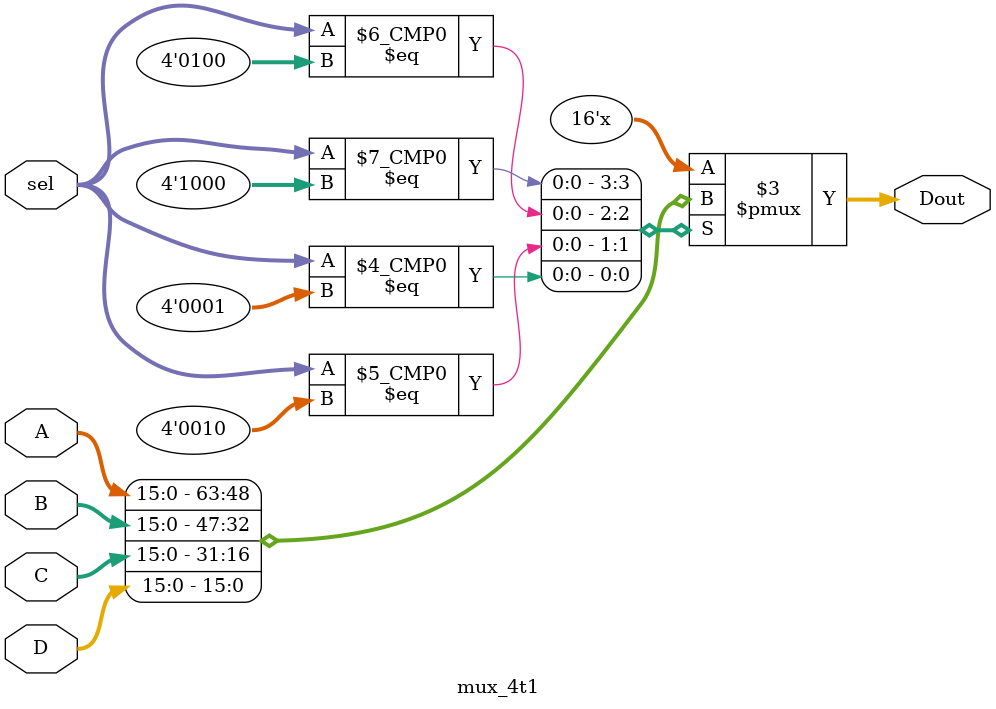
<source format=sv>
module mux_3t1 (input logic [15:0] A,
				  input logic [15:0] B,
				  input logic [15:0] C,
				  input [1:0] sel,
				  output logic [15:0] Dout);
	always_comb
	begin
		case (sel)
	
			2'b00 : Dout = A;
			2'b01 : Dout = B;
			2'b10 : Dout = C;
			default : Dout = 16'hx;
			endcase
		end
endmodule


module mux_2t1
				# (parameter width = 16)
				(input logic [width-1:0] A,
				  input logic [width-1:0] B,
				  input		 sel,
				  output logic [width-1:0] Dout);
	always_comb
	begin
		case (sel)
	
			1'b0 : Dout = A;
			1'b1 : Dout = B;
			

			endcase
		end
endmodule

module mux_4t1(input logic [15:0] A,B,C,D,
				  input logic [3:0] sel,
				  output logic [15:0] Dout);
	always_comb
	begin
		case (sel)
			4'b1000 : Dout = A;
			4'b0100 : Dout = B;
			4'b0010 : Dout = C;
			4'b0001 : Dout = D;
			default : Dout = 16'hx;
			endcase
		end
endmodule

</source>
